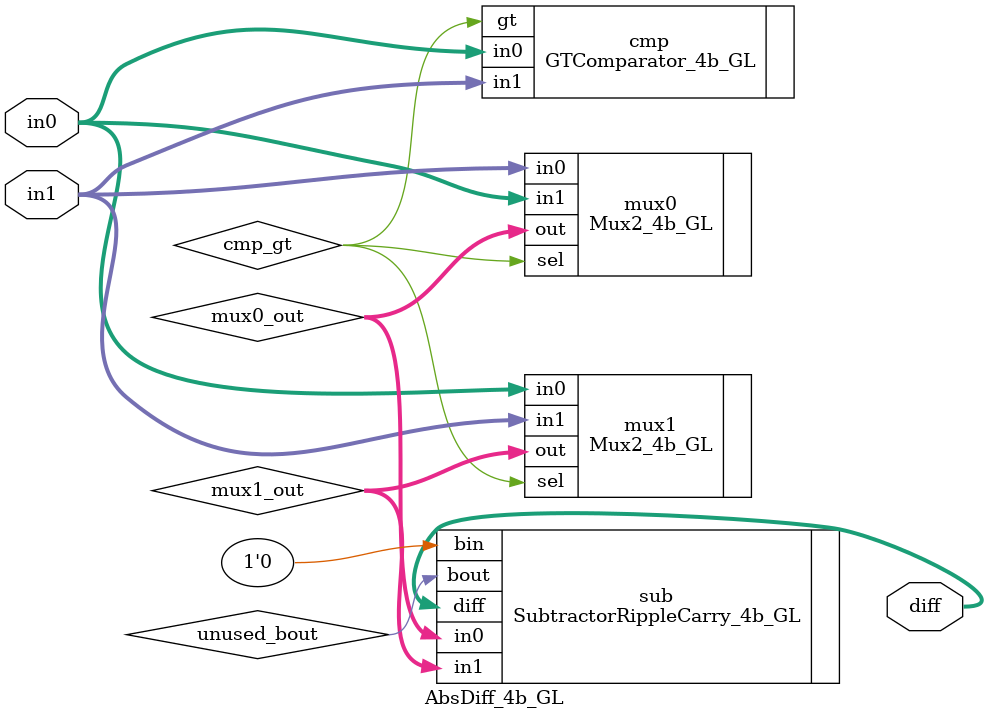
<source format=v>

`ifndef ABS_DIFF_4B_GL_V
`define ABS_DIFF_4B_GL_V

`include "GTComparator_4b_GL.v"
`include "Mux2_4b_GL.v"
`include "SubtractorRippleCarry_4b_GL.v"

module AbsDiff_4b_GL
(
  (* keep=1 *) input  wire [3:0] in0,
  (* keep=1 *) input  wire [3:0] in1,
  (* keep=1 *) output wire [3:0] diff
);

  wire cmp_gt;

  GTComparator_4b_GL cmp
  (
    .in0 (in0),
    .in1 (in1),
    .gt  (cmp_gt)
  );

  wire [3:0] mux0_out;

  Mux2_4b_GL mux0
  (
    .in0 (in1),
    .in1 (in0),
    .sel (cmp_gt),
    .out (mux0_out)
  );

  wire [3:0] mux1_out;

  Mux2_4b_GL mux1
  (
    .in0 (in0),
    .in1 (in1),
    .sel (cmp_gt),
    .out (mux1_out)
  );

  wire unused_bout;

  SubtractorRippleCarry_4b_GL sub
  (
    .in0  (mux0_out),
    .in1  (mux1_out),
    .bin  (1'b0),
    .bout (unused_bout),
    .diff (diff)
  );

endmodule

`endif /* ABS_DIFF_4B_GL_V */


</source>
